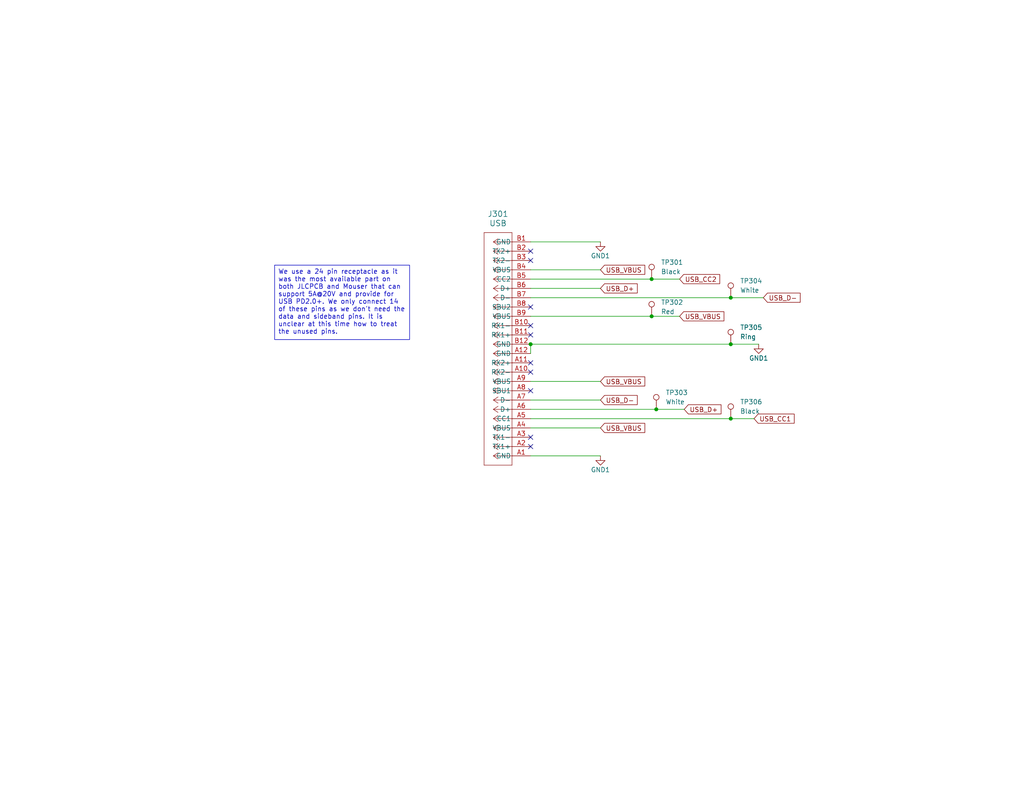
<source format=kicad_sch>
(kicad_sch (version 20230121) (generator eeschema)
  (paper "USLetter")
  (lib_symbols
    (symbol "Amphenol 124018612112A:124018612112A" (pin_names (offset 0.254))
      (property "Reference" "J" (at 8.89 6.35 0))
      (property "Value" "124018612112A" (at 0 0 0))
      (symbol "124018612112A_1_1"
        (polyline (pts (xy 5.08 -60.96) (xy 12.7 -60.96)) (stroke (width 0.127)))
        (polyline (pts (xy 5.08 2.54) (xy 5.08 -60.96)) (stroke (width 0.127)))
        (polyline (pts (xy 10.16 -58.42) (xy 5.08 -58.42)) (stroke (width 0.127)))
        (polyline (pts (xy 10.16 -58.42) (xy 8.89 -59.2667)) (stroke (width 0.127)))
        (polyline (pts (xy 10.16 -58.42) (xy 8.89 -57.5733)) (stroke (width 0.127)))
        (polyline (pts (xy 10.16 -55.88) (xy 5.08 -55.88)) (stroke (width 0.127)))
        (polyline (pts (xy 10.16 -55.88) (xy 8.89 -56.7267)) (stroke (width 0.127)))
        (polyline (pts (xy 10.16 -55.88) (xy 8.89 -55.0333)) (stroke (width 0.127)))
        (polyline (pts (xy 10.16 -53.34) (xy 5.08 -53.34)) (stroke (width 0.127)))
        (polyline (pts (xy 10.16 -53.34) (xy 8.89 -54.1867)) (stroke (width 0.127)))
        (polyline (pts (xy 10.16 -53.34) (xy 8.89 -52.4933)) (stroke (width 0.127)))
        (polyline (pts (xy 10.16 -50.8) (xy 5.08 -50.8)) (stroke (width 0.127)))
        (polyline (pts (xy 10.16 -50.8) (xy 8.89 -51.6467)) (stroke (width 0.127)))
        (polyline (pts (xy 10.16 -50.8) (xy 8.89 -49.9533)) (stroke (width 0.127)))
        (polyline (pts (xy 10.16 -48.26) (xy 5.08 -48.26)) (stroke (width 0.127)))
        (polyline (pts (xy 10.16 -48.26) (xy 8.89 -49.1067)) (stroke (width 0.127)))
        (polyline (pts (xy 10.16 -48.26) (xy 8.89 -47.4133)) (stroke (width 0.127)))
        (polyline (pts (xy 10.16 -45.72) (xy 5.08 -45.72)) (stroke (width 0.127)))
        (polyline (pts (xy 10.16 -45.72) (xy 8.89 -46.5667)) (stroke (width 0.127)))
        (polyline (pts (xy 10.16 -45.72) (xy 8.89 -44.8733)) (stroke (width 0.127)))
        (polyline (pts (xy 10.16 -43.18) (xy 5.08 -43.18)) (stroke (width 0.127)))
        (polyline (pts (xy 10.16 -43.18) (xy 8.89 -44.0267)) (stroke (width 0.127)))
        (polyline (pts (xy 10.16 -43.18) (xy 8.89 -42.3333)) (stroke (width 0.127)))
        (polyline (pts (xy 10.16 -40.64) (xy 5.08 -40.64)) (stroke (width 0.127)))
        (polyline (pts (xy 10.16 -40.64) (xy 8.89 -41.4867)) (stroke (width 0.127)))
        (polyline (pts (xy 10.16 -40.64) (xy 8.89 -39.7933)) (stroke (width 0.127)))
        (polyline (pts (xy 10.16 -38.1) (xy 5.08 -38.1)) (stroke (width 0.127)))
        (polyline (pts (xy 10.16 -38.1) (xy 8.89 -38.9467)) (stroke (width 0.127)))
        (polyline (pts (xy 10.16 -38.1) (xy 8.89 -37.2533)) (stroke (width 0.127)))
        (polyline (pts (xy 10.16 -35.56) (xy 5.08 -35.56)) (stroke (width 0.127)))
        (polyline (pts (xy 10.16 -35.56) (xy 8.89 -36.4067)) (stroke (width 0.127)))
        (polyline (pts (xy 10.16 -35.56) (xy 8.89 -34.7133)) (stroke (width 0.127)))
        (polyline (pts (xy 10.16 -33.02) (xy 5.08 -33.02)) (stroke (width 0.127)))
        (polyline (pts (xy 10.16 -33.02) (xy 8.89 -33.8667)) (stroke (width 0.127)))
        (polyline (pts (xy 10.16 -33.02) (xy 8.89 -32.1733)) (stroke (width 0.127)))
        (polyline (pts (xy 10.16 -30.48) (xy 5.08 -30.48)) (stroke (width 0.127)))
        (polyline (pts (xy 10.16 -30.48) (xy 8.89 -31.3267)) (stroke (width 0.127)))
        (polyline (pts (xy 10.16 -30.48) (xy 8.89 -29.6333)) (stroke (width 0.127)))
        (polyline (pts (xy 10.16 -27.94) (xy 5.08 -27.94)) (stroke (width 0.127)))
        (polyline (pts (xy 10.16 -27.94) (xy 8.89 -28.7867)) (stroke (width 0.127)))
        (polyline (pts (xy 10.16 -27.94) (xy 8.89 -27.0933)) (stroke (width 0.127)))
        (polyline (pts (xy 10.16 -25.4) (xy 5.08 -25.4)) (stroke (width 0.127)))
        (polyline (pts (xy 10.16 -25.4) (xy 8.89 -26.2467)) (stroke (width 0.127)))
        (polyline (pts (xy 10.16 -25.4) (xy 8.89 -24.5533)) (stroke (width 0.127)))
        (polyline (pts (xy 10.16 -22.86) (xy 5.08 -22.86)) (stroke (width 0.127)))
        (polyline (pts (xy 10.16 -22.86) (xy 8.89 -23.7067)) (stroke (width 0.127)))
        (polyline (pts (xy 10.16 -22.86) (xy 8.89 -22.0133)) (stroke (width 0.127)))
        (polyline (pts (xy 10.16 -20.32) (xy 5.08 -20.32)) (stroke (width 0.127)))
        (polyline (pts (xy 10.16 -20.32) (xy 8.89 -21.1667)) (stroke (width 0.127)))
        (polyline (pts (xy 10.16 -20.32) (xy 8.89 -19.4733)) (stroke (width 0.127)))
        (polyline (pts (xy 10.16 -17.78) (xy 5.08 -17.78)) (stroke (width 0.127)))
        (polyline (pts (xy 10.16 -17.78) (xy 8.89 -18.6267)) (stroke (width 0.127)))
        (polyline (pts (xy 10.16 -17.78) (xy 8.89 -16.9333)) (stroke (width 0.127)))
        (polyline (pts (xy 10.16 -15.24) (xy 5.08 -15.24)) (stroke (width 0.127)))
        (polyline (pts (xy 10.16 -15.24) (xy 8.89 -16.0867)) (stroke (width 0.127)))
        (polyline (pts (xy 10.16 -15.24) (xy 8.89 -14.3933)) (stroke (width 0.127)))
        (polyline (pts (xy 10.16 -12.7) (xy 5.08 -12.7)) (stroke (width 0.127)))
        (polyline (pts (xy 10.16 -12.7) (xy 8.89 -13.5467)) (stroke (width 0.127)))
        (polyline (pts (xy 10.16 -12.7) (xy 8.89 -11.8533)) (stroke (width 0.127)))
        (polyline (pts (xy 10.16 -10.16) (xy 5.08 -10.16)) (stroke (width 0.127)))
        (polyline (pts (xy 10.16 -10.16) (xy 8.89 -11.0067)) (stroke (width 0.127)))
        (polyline (pts (xy 10.16 -10.16) (xy 8.89 -9.3133)) (stroke (width 0.127)))
        (polyline (pts (xy 10.16 -7.62) (xy 5.08 -7.62)) (stroke (width 0.127)))
        (polyline (pts (xy 10.16 -7.62) (xy 8.89 -8.4667)) (stroke (width 0.127)))
        (polyline (pts (xy 10.16 -7.62) (xy 8.89 -6.7733)) (stroke (width 0.127)))
        (polyline (pts (xy 10.16 -5.08) (xy 5.08 -5.08)) (stroke (width 0.127)))
        (polyline (pts (xy 10.16 -5.08) (xy 8.89 -5.9267)) (stroke (width 0.127)))
        (polyline (pts (xy 10.16 -5.08) (xy 8.89 -4.2333)) (stroke (width 0.127)))
        (polyline (pts (xy 10.16 -2.54) (xy 5.08 -2.54)) (stroke (width 0.127)))
        (polyline (pts (xy 10.16 -2.54) (xy 8.89 -3.3867)) (stroke (width 0.127)))
        (polyline (pts (xy 10.16 -2.54) (xy 8.89 -1.6933)) (stroke (width 0.127)))
        (polyline (pts (xy 10.16 0) (xy 5.08 0)) (stroke (width 0.127)))
        (polyline (pts (xy 10.16 0) (xy 8.89 -0.8467)) (stroke (width 0.127)))
        (polyline (pts (xy 10.16 0) (xy 8.89 0.8467)) (stroke (width 0.127)))
        (polyline (pts (xy 12.7 -60.96) (xy 12.7 2.54)) (stroke (width 0.127)))
        (polyline (pts (xy 12.7 2.54) (xy 5.08 2.54)) (stroke (width 0.127)))
        (pin unspecified line (at 0 0 0) (length 5.08) (name "GND") (number "A1"))
        (pin unspecified line (at 0 -22.86 0) (length 5.08) (name "RX2-") (number "A10"))
        (pin unspecified line (at 0 -25.4 0) (length 5.08) (name "RX2+") (number "A11"))
        (pin unspecified line (at 0 -27.94 0) (length 5.08) (name "GND") (number "A12"))
        (pin unspecified line (at 0 -2.54 0) (length 5.08) (name "TX1+") (number "A2"))
        (pin unspecified line (at 0 -5.08 0) (length 5.08) (name "TX1-") (number "A3"))
        (pin unspecified line (at 0 -7.62 0) (length 5.08) (name "VBUS") (number "A4"))
        (pin unspecified line (at 0 -10.16 0) (length 5.08) (name "CC1") (number "A5"))
        (pin unspecified line (at 0 -12.7 0) (length 5.08) (name "D+") (number "A6"))
        (pin unspecified line (at 0 -15.24 0) (length 5.08) (name "D-") (number "A7"))
        (pin unspecified line (at 0 -17.78 0) (length 5.08) (name "SBU1") (number "A8"))
        (pin unspecified line (at 0 -20.32 0) (length 5.08) (name "VBUS") (number "A9"))
        (pin unspecified line (at 0 -58.42 0) (length 5.08) (name "GND") (number "B1"))
        (pin unspecified line (at 0 -35.56 0) (length 5.08) (name "RX1-") (number "B10"))
        (pin unspecified line (at 0 -33.02 0) (length 5.08) (name "RX1+") (number "B11"))
        (pin unspecified line (at 0 -30.48 0) (length 5.08) (name "GND") (number "B12"))
        (pin unspecified line (at 0 -55.88 0) (length 5.08) (name "TX2+") (number "B2"))
        (pin unspecified line (at 0 -53.34 0) (length 5.08) (name "TX2-") (number "B3"))
        (pin unspecified line (at 0 -50.8 0) (length 5.08) (name "VBUS") (number "B4"))
        (pin unspecified line (at 0 -48.26 0) (length 5.08) (name "CC2") (number "B5"))
        (pin unspecified line (at 0 -45.72 0) (length 5.08) (name "D+") (number "B6"))
        (pin unspecified line (at 0 -43.18 0) (length 5.08) (name "D-") (number "B7"))
        (pin unspecified line (at 0 -40.64 0) (length 5.08) (name "SBU2") (number "B8"))
        (pin unspecified line (at 0 -38.1 0) (length 5.08) (name "VBUS") (number "B9"))
      )
      (symbol "124018612112A_1_2"
        (polyline (pts (xy 5.08 -60.96) (xy 12.7 -60.96)) (stroke (width 0.127)))
        (polyline (pts (xy 5.08 2.54) (xy 5.08 -60.96)) (stroke (width 0.127)))
        (polyline (pts (xy 7.62 -58.42) (xy 5.08 -58.42)) (stroke (width 0.127)))
        (polyline (pts (xy 7.62 -58.42) (xy 8.89 -59.2667)) (stroke (width 0.127)))
        (polyline (pts (xy 7.62 -58.42) (xy 8.89 -57.5733)) (stroke (width 0.127)))
        (polyline (pts (xy 7.62 -55.88) (xy 5.08 -55.88)) (stroke (width 0.127)))
        (polyline (pts (xy 7.62 -55.88) (xy 8.89 -56.7267)) (stroke (width 0.127)))
        (polyline (pts (xy 7.62 -55.88) (xy 8.89 -55.0333)) (stroke (width 0.127)))
        (polyline (pts (xy 7.62 -53.34) (xy 5.08 -53.34)) (stroke (width 0.127)))
        (polyline (pts (xy 7.62 -53.34) (xy 8.89 -54.1867)) (stroke (width 0.127)))
        (polyline (pts (xy 7.62 -53.34) (xy 8.89 -52.4933)) (stroke (width 0.127)))
        (polyline (pts (xy 7.62 -50.8) (xy 5.08 -50.8)) (stroke (width 0.127)))
        (polyline (pts (xy 7.62 -50.8) (xy 8.89 -51.6467)) (stroke (width 0.127)))
        (polyline (pts (xy 7.62 -50.8) (xy 8.89 -49.9533)) (stroke (width 0.127)))
        (polyline (pts (xy 7.62 -48.26) (xy 5.08 -48.26)) (stroke (width 0.127)))
        (polyline (pts (xy 7.62 -48.26) (xy 8.89 -49.1067)) (stroke (width 0.127)))
        (polyline (pts (xy 7.62 -48.26) (xy 8.89 -47.4133)) (stroke (width 0.127)))
        (polyline (pts (xy 7.62 -45.72) (xy 5.08 -45.72)) (stroke (width 0.127)))
        (polyline (pts (xy 7.62 -45.72) (xy 8.89 -46.5667)) (stroke (width 0.127)))
        (polyline (pts (xy 7.62 -45.72) (xy 8.89 -44.8733)) (stroke (width 0.127)))
        (polyline (pts (xy 7.62 -43.18) (xy 5.08 -43.18)) (stroke (width 0.127)))
        (polyline (pts (xy 7.62 -43.18) (xy 8.89 -44.0267)) (stroke (width 0.127)))
        (polyline (pts (xy 7.62 -43.18) (xy 8.89 -42.3333)) (stroke (width 0.127)))
        (polyline (pts (xy 7.62 -40.64) (xy 5.08 -40.64)) (stroke (width 0.127)))
        (polyline (pts (xy 7.62 -40.64) (xy 8.89 -41.4867)) (stroke (width 0.127)))
        (polyline (pts (xy 7.62 -40.64) (xy 8.89 -39.7933)) (stroke (width 0.127)))
        (polyline (pts (xy 7.62 -38.1) (xy 5.08 -38.1)) (stroke (width 0.127)))
        (polyline (pts (xy 7.62 -38.1) (xy 8.89 -38.9467)) (stroke (width 0.127)))
        (polyline (pts (xy 7.62 -38.1) (xy 8.89 -37.2533)) (stroke (width 0.127)))
        (polyline (pts (xy 7.62 -35.56) (xy 5.08 -35.56)) (stroke (width 0.127)))
        (polyline (pts (xy 7.62 -35.56) (xy 8.89 -36.4067)) (stroke (width 0.127)))
        (polyline (pts (xy 7.62 -35.56) (xy 8.89 -34.7133)) (stroke (width 0.127)))
        (polyline (pts (xy 7.62 -33.02) (xy 5.08 -33.02)) (stroke (width 0.127)))
        (polyline (pts (xy 7.62 -33.02) (xy 8.89 -33.8667)) (stroke (width 0.127)))
        (polyline (pts (xy 7.62 -33.02) (xy 8.89 -32.1733)) (stroke (width 0.127)))
        (polyline (pts (xy 7.62 -30.48) (xy 5.08 -30.48)) (stroke (width 0.127)))
        (polyline (pts (xy 7.62 -30.48) (xy 8.89 -31.3267)) (stroke (width 0.127)))
        (polyline (pts (xy 7.62 -30.48) (xy 8.89 -29.6333)) (stroke (width 0.127)))
        (polyline (pts (xy 7.62 -27.94) (xy 5.08 -27.94)) (stroke (width 0.127)))
        (polyline (pts (xy 7.62 -27.94) (xy 8.89 -28.7867)) (stroke (width 0.127)))
        (polyline (pts (xy 7.62 -27.94) (xy 8.89 -27.0933)) (stroke (width 0.127)))
        (polyline (pts (xy 7.62 -25.4) (xy 5.08 -25.4)) (stroke (width 0.127)))
        (polyline (pts (xy 7.62 -25.4) (xy 8.89 -26.2467)) (stroke (width 0.127)))
        (polyline (pts (xy 7.62 -25.4) (xy 8.89 -24.5533)) (stroke (width 0.127)))
        (polyline (pts (xy 7.62 -22.86) (xy 5.08 -22.86)) (stroke (width 0.127)))
        (polyline (pts (xy 7.62 -22.86) (xy 8.89 -23.7067)) (stroke (width 0.127)))
        (polyline (pts (xy 7.62 -22.86) (xy 8.89 -22.0133)) (stroke (width 0.127)))
        (polyline (pts (xy 7.62 -20.32) (xy 5.08 -20.32)) (stroke (width 0.127)))
        (polyline (pts (xy 7.62 -20.32) (xy 8.89 -21.1667)) (stroke (width 0.127)))
        (polyline (pts (xy 7.62 -20.32) (xy 8.89 -19.4733)) (stroke (width 0.127)))
        (polyline (pts (xy 7.62 -17.78) (xy 5.08 -17.78)) (stroke (width 0.127)))
        (polyline (pts (xy 7.62 -17.78) (xy 8.89 -18.6267)) (stroke (width 0.127)))
        (polyline (pts (xy 7.62 -17.78) (xy 8.89 -16.9333)) (stroke (width 0.127)))
        (polyline (pts (xy 7.62 -15.24) (xy 5.08 -15.24)) (stroke (width 0.127)))
        (polyline (pts (xy 7.62 -15.24) (xy 8.89 -16.0867)) (stroke (width 0.127)))
        (polyline (pts (xy 7.62 -15.24) (xy 8.89 -14.3933)) (stroke (width 0.127)))
        (polyline (pts (xy 7.62 -12.7) (xy 5.08 -12.7)) (stroke (width 0.127)))
        (polyline (pts (xy 7.62 -12.7) (xy 8.89 -13.5467)) (stroke (width 0.127)))
        (polyline (pts (xy 7.62 -12.7) (xy 8.89 -11.8533)) (stroke (width 0.127)))
        (polyline (pts (xy 7.62 -10.16) (xy 5.08 -10.16)) (stroke (width 0.127)))
        (polyline (pts (xy 7.62 -10.16) (xy 8.89 -11.0067)) (stroke (width 0.127)))
        (polyline (pts (xy 7.62 -10.16) (xy 8.89 -9.3133)) (stroke (width 0.127)))
        (polyline (pts (xy 7.62 -7.62) (xy 5.08 -7.62)) (stroke (width 0.127)))
        (polyline (pts (xy 7.62 -7.62) (xy 8.89 -8.4667)) (stroke (width 0.127)))
        (polyline (pts (xy 7.62 -7.62) (xy 8.89 -6.7733)) (stroke (width 0.127)))
        (polyline (pts (xy 7.62 -5.08) (xy 5.08 -5.08)) (stroke (width 0.127)))
        (polyline (pts (xy 7.62 -5.08) (xy 8.89 -5.9267)) (stroke (width 0.127)))
        (polyline (pts (xy 7.62 -5.08) (xy 8.89 -4.2333)) (stroke (width 0.127)))
        (polyline (pts (xy 7.62 -2.54) (xy 5.08 -2.54)) (stroke (width 0.127)))
        (polyline (pts (xy 7.62 -2.54) (xy 8.89 -3.3867)) (stroke (width 0.127)))
        (polyline (pts (xy 7.62 -2.54) (xy 8.89 -1.6933)) (stroke (width 0.127)))
        (polyline (pts (xy 7.62 0) (xy 5.08 0)) (stroke (width 0.127)))
        (polyline (pts (xy 7.62 0) (xy 8.89 -0.8467)) (stroke (width 0.127)))
        (polyline (pts (xy 7.62 0) (xy 8.89 0.8467)) (stroke (width 0.127)))
        (polyline (pts (xy 12.7 -60.96) (xy 12.7 2.54)) (stroke (width 0.127)))
        (polyline (pts (xy 12.7 2.54) (xy 5.08 2.54)) (stroke (width 0.127)))
        (pin unspecified line (at 0 0 0) (length 5.08) (name "GND") (number "A1"))
        (pin unspecified line (at 0 -22.86 0) (length 5.08) (name "RX2-") (number "A10"))
        (pin unspecified line (at 0 -25.4 0) (length 5.08) (name "RX2+") (number "A11"))
        (pin unspecified line (at 0 -27.94 0) (length 5.08) (name "GND") (number "A12"))
        (pin unspecified line (at 0 -2.54 0) (length 5.08) (name "TX1+") (number "A2"))
        (pin unspecified line (at 0 -5.08 0) (length 5.08) (name "TX1-") (number "A3"))
        (pin unspecified line (at 0 -7.62 0) (length 5.08) (name "VBUS") (number "A4"))
        (pin unspecified line (at 0 -10.16 0) (length 5.08) (name "CC1") (number "A5"))
        (pin unspecified line (at 0 -12.7 0) (length 5.08) (name "D+") (number "A6"))
        (pin unspecified line (at 0 -15.24 0) (length 5.08) (name "D-") (number "A7"))
        (pin unspecified line (at 0 -17.78 0) (length 5.08) (name "SBU1") (number "A8"))
        (pin unspecified line (at 0 -20.32 0) (length 5.08) (name "VBUS") (number "A9"))
        (pin unspecified line (at 0 -58.42 0) (length 5.08) (name "GND") (number "B1"))
        (pin unspecified line (at 0 -35.56 0) (length 5.08) (name "RX1-") (number "B10"))
        (pin unspecified line (at 0 -33.02 0) (length 5.08) (name "RX1+") (number "B11"))
        (pin unspecified line (at 0 -30.48 0) (length 5.08) (name "GND") (number "B12"))
        (pin unspecified line (at 0 -55.88 0) (length 5.08) (name "TX2+") (number "B2"))
        (pin unspecified line (at 0 -53.34 0) (length 5.08) (name "TX2-") (number "B3"))
        (pin unspecified line (at 0 -50.8 0) (length 5.08) (name "VBUS") (number "B4"))
        (pin unspecified line (at 0 -48.26 0) (length 5.08) (name "CC2") (number "B5"))
        (pin unspecified line (at 0 -45.72 0) (length 5.08) (name "D+") (number "B6"))
        (pin unspecified line (at 0 -43.18 0) (length 5.08) (name "D-") (number "B7"))
        (pin unspecified line (at 0 -40.64 0) (length 5.08) (name "SBU2") (number "B8"))
        (pin unspecified line (at 0 -38.1 0) (length 5.08) (name "VBUS") (number "B9"))
      )
    )
    (symbol "Connector:TestPoint" (pin_numbers hide) (pin_names (offset 0.762) hide)
      (property "Reference" "TP" (at 0 6.858 0))
      (property "Value" "TestPoint" (at 0 5.08 0))
      (symbol "TestPoint_0_1"
        (circle (center 0 3.302) (radius 0.762))
      )
      (symbol "TestPoint_1_1"
        (pin passive line (at 0 0 90) (length 2.54) (name "1") (number "1"))
      )
    )
    (symbol "power:GND1" (power) (pin_names (offset 0))
      (property "Value" "GND1" (at 0 -3.81 0))
      (symbol "GND1_0_1"
        (polyline (pts (xy 0 0) (xy 0 -1.27) (xy 1.27 -1.27) (xy 0 -2.54) (xy -1.27 -1.27) (xy 0 -1.27)))
      )
      (symbol "GND1_1_1"
        (pin power_in line (at 0 0 270) (length 0) hide (name "GND1") (number "1"))
      )
    )
  )
  (junction (at 199.39 114.3))
  (junction (at 177.8 76.2))
  (junction (at 177.8 86.36))
  (junction (at 144.78 93.98))
  (junction (at 199.39 81.28))
  (junction (at 179.07 111.76))
  (junction (at 199.39 93.98))
  (no_connect (at 144.78 83.82))
  (no_connect (at 144.78 101.6))
  (no_connect (at 144.78 119.38))
  (no_connect (at 144.78 121.92))
  (no_connect (at 144.78 99.06))
  (no_connect (at 144.78 88.9))
  (no_connect (at 144.78 71.12))
  (no_connect (at 144.78 68.58))
  (no_connect (at 144.78 91.44))
  (no_connect (at 144.78 106.68))
  (wire (pts (xy 144.78 66.04) (xy 163.83 66.04)))
  (wire (pts (xy 144.78 78.74) (xy 163.83 78.74)))
  (wire (pts (xy 144.78 76.2) (xy 177.8 76.2)))
  (wire (pts (xy 199.39 93.98) (xy 207.01 93.98)))
  (wire (pts (xy 177.8 76.2) (xy 185.42 76.2)))
  (wire (pts (xy 177.8 86.36) (xy 144.78 86.36)))
  (wire (pts (xy 199.39 114.3) (xy 205.74 114.3)))
  (wire (pts (xy 144.78 73.66) (xy 163.83 73.66)))
  (wire (pts (xy 144.78 93.98) (xy 144.78 96.52)))
  (wire (pts (xy 144.78 81.28) (xy 199.39 81.28)))
  (wire (pts (xy 177.8 86.36) (xy 185.42 86.36)))
  (wire (pts (xy 144.78 93.98) (xy 199.39 93.98)))
  (wire (pts (xy 144.78 124.46) (xy 163.83 124.46)))
  (wire (pts (xy 144.78 109.22) (xy 163.83 109.22)))
  (wire (pts (xy 179.07 111.76) (xy 186.69 111.76)))
  (wire (pts (xy 144.78 114.3) (xy 199.39 114.3)))
  (wire (pts (xy 163.83 104.14) (xy 144.78 104.14)))
  (wire (pts (xy 144.78 116.84) (xy 163.83 116.84)))
  (wire (pts (xy 199.39 81.28) (xy 208.28 81.28)))
  (wire (pts (xy 144.78 111.76) (xy 179.07 111.76)))
  (text_box "We use a 24 pin receptacle as it was the most available part on both JLCPCB and Mouser that can support 5A@20V and provide for USB PD2.0+. We only connect 14 of these pins as we don't need the data and sideband pins. It is unclear at this time how to treat the unused pins." (at 74.93 72.39 0) (size 36.83 20.32) (effects (font (size 1.27 1.27)) (justify left top)))
  (global_label "USB_VBUS" (shape input) (at 185.42 86.36 0) (property "Intersheetrefs" "${INTERSHEET_REFS}" (effects hide)))
  (global_label "USB_D+" (shape input) (at 163.83 78.74 0) (property "Intersheetrefs" "${INTERSHEET_REFS}" (effects hide)))
  (global_label "USB_VBUS" (shape input) (at 163.83 116.84 0) (property "Intersheetrefs" "${INTERSHEET_REFS}" (effects hide)))
  (global_label "USB_D+" (shape input) (at 186.69 111.76 0) (property "Intersheetrefs" "${INTERSHEET_REFS}" (effects hide)))
  (global_label "USB_CC2" (shape input) (at 185.42 76.2 0) (property "Intersheetrefs" "${INTERSHEET_REFS}" (effects hide)))
  (global_label "USB_D-" (shape input) (at 163.83 109.22 0) (property "Intersheetrefs" "${INTERSHEET_REFS}" (effects hide)))
  (global_label "USB_D-" (shape input) (at 208.28 81.28 0) (property "Intersheetrefs" "${INTERSHEET_REFS}" (effects hide)))
  (global_label "USB_CC1" (shape input) (at 205.74 114.3 0) (property "Intersheetrefs" "${INTERSHEET_REFS}" (effects hide)))
  (global_label "USB_VBUS" (shape input) (at 163.83 104.14 0) (property "Intersheetrefs" "${INTERSHEET_REFS}" (effects hide)))
  (global_label "USB_VBUS" (shape input) (at 163.83 73.66 0) (property "Intersheetrefs" "${INTERSHEET_REFS}" (effects hide)))
  (symbol (lib_id "Connector:TestPoint") (at 199.39 114.3 0) (unit 1)
    (property "Reference" "TP306" (at 201.93 109.728 0) (effects (justify left)))
    (property "Value" "Black" (at 201.93 112.268 0) (effects (justify left)))
    (property "Footprint" "TestPoint:TestPoint_Keystone_5000-5004_Miniature" (effects hide))
    (property "Active" "Y" (effects hide))
    (property "MPN" "C238122" (effects hide))
    (property "Manufacturer" "Keystone" (effects hide))
    (property "Manufacturer Part Number" "5001" (effects hide))
  )
  (symbol (lib_id "Connector:TestPoint") (at 177.8 76.2 0) (unit 1)
    (property "Reference" "TP301" (at 180.34 71.628 0) (effects (justify left)))
    (property "Value" "Black" (at 180.34 74.168 0) (effects (justify left)))
    (property "Footprint" "TestPoint:TestPoint_Keystone_5000-5004_Miniature" (effects hide))
    (property "Active" "Y" (effects hide))
    (property "MPN" "C238122" (effects hide))
    (property "Manufacturer" "Keystone" (effects hide))
    (property "Manufacturer Part Number" "5001" (effects hide))
  )
  (symbol (lib_id "Connector:TestPoint") (at 199.39 81.28 0) (unit 1)
    (property "Reference" "TP304" (at 201.93 76.708 0) (effects (justify left)))
    (property "Value" "White" (at 201.93 79.248 0) (effects (justify left)))
    (property "Footprint" "TestPoint:TestPoint_Keystone_5000-5004_Miniature" (effects hide))
    (property "MPN" "C238123" (effects hide))
    (property "Manufacturer" "Keystone" (effects hide))
    (property "Manufacturer Part Number" "5002" (effects hide))
    (property "Active" "Y" (effects hide))
  )
  (symbol (lib_id "Connector:TestPoint") (at 177.8 86.36 0) (unit 1)
    (property "Reference" "TP302" (at 180.34 82.55 0) (effects (justify left)))
    (property "Value" "Red" (at 180.34 85.09 0) (effects (justify left)))
    (property "Footprint" "TestPoint:TestPoint_Keystone_5000-5004_Miniature" (effects hide))
    (property "MPN" "C5199900" (effects hide))
    (property "Manufacturer" "Keystone" (effects hide))
    (property "Manufacturer Part Number" "5000" (effects hide))
    (property "Active" "Y" (effects hide))
  )
  (symbol (lib_id "Connector:TestPoint") (at 179.07 111.76 0) (unit 1)
    (property "Reference" "TP303" (at 181.61 107.188 0) (effects (justify left)))
    (property "Value" "White" (at 181.61 109.728 0) (effects (justify left)))
    (property "Footprint" "TestPoint:TestPoint_Keystone_5000-5004_Miniature" (effects hide))
    (property "MPN" "C238123" (effects hide))
    (property "Manufacturer" "Keystone" (effects hide))
    (property "Manufacturer Part Number" "5002" (effects hide))
    (property "Active" "Y" (effects hide))
  )
  (symbol (lib_id "Amphenol 124018612112A:124018612112A") (at 144.78 124.46 180) (unit 1)
    (property "Reference" "J301" (at 135.89 58.42 0) (effects (font (size 1.524 1.524))))
    (property "Value" "USB" (at 135.89 60.96 0) (effects (font (size 1.524 1.524))))
    (property "Footprint" "CONN_124018612112A_AMP" (effects hide))
    (property "Datasheet" "124018612112A" (effects hide))
    (property "MPN" "C464605" (effects hide))
    (property "Manufacturer" "Amphenol ICC" (effects hide))
    (property "Manufacturer Part Number" "124018612112A" (effects hide))
    (property "Specs" "5A 20V" (effects hide))
    (property "Active" "Y" (effects hide))
  )
  (symbol (lib_id "power:GND1") (at 207.01 93.98 0) (unit 1)
    (property "Reference" "#PWR0303" (effects hide))
    (property "Value" "GND1" (at 207.01 97.79 0))
  )
  (symbol (lib_id "power:GND1") (at 163.83 66.04 0) (unit 1)
    (property "Reference" "#PWR0301" (effects hide))
    (property "Value" "GND1" (at 163.83 69.85 0))
  )
  (symbol (lib_id "power:GND1") (at 163.83 124.46 0) (unit 1)
    (property "Reference" "#PWR0302" (effects hide))
    (property "Value" "GND1" (at 163.83 128.27 0))
  )
  (symbol (lib_id "Connector:TestPoint") (at 199.39 93.98 0) (unit 1)
    (property "Reference" "TP305" (at 201.93 89.408 0) (effects (justify left)))
    (property "Value" "Ring" (at 201.93 91.948 0) (effects (justify left)))
    (property "Footprint" "TestPoint:TestPoint_Keystone_5019_Minature" (effects hide))
    (property "MPN" "C238131" (effects hide))
    (property "Manufacturer" "Keystone" (effects hide))
    (property "Manufacturer Part Number" "5019" (effects hide))
    (property "Active" "Y" (effects hide))
  )
)
</source>
